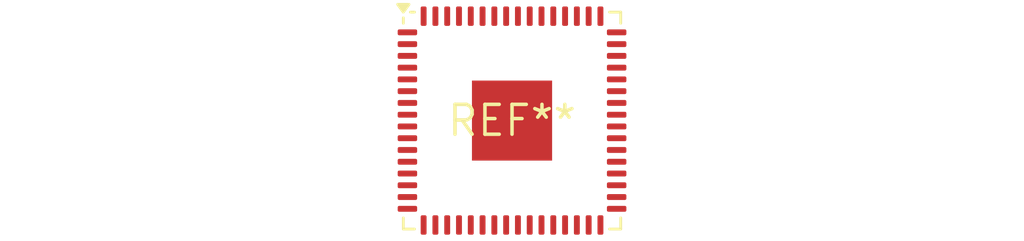
<source format=kicad_pcb>
(kicad_pcb (version 20240108) (generator pcbnew)
  (layers (0 "F.Cu" signal) (31 "B.Cu" signal) (34 "B.Paste" user) (35 "F.Paste" user) (36 "B.SilkS" user "B.Silkscreen") (37 "F.SilkS" user "F.Silkscreen") (38 "B.Mask" user) (39 "F.Mask" user) (44 "Edge.Cuts" user))
  (net 0 "")
  (footprint "QFN-64-1EP_9x9mm_P0.5mm_EP3.4x3.4mm" (layer "F.Cu") (at 0 0)
    (property "Reference" "REF**")
    (property "Value" "QFN-64-1EP_9x9mm_P0.5mm_EP3.4x3.4mm")
    (fp_line (start -4.61 -4.135) (end -4.61 -4.37) (layer "F.SilkS") (stroke (width 0.12)))
    (fp_line (start -4.61 4.61) (end -4.61 4.135) (layer "F.SilkS") (stroke (width 0.12)))
    (fp_line (start -4.135 -4.61) (end -4.31 -4.61) (layer "F.SilkS") (stroke (width 0.12)))
    (fp_line (start -4.135 4.61) (end -4.61 4.61) (layer "F.SilkS") (stroke (width 0.12)))
    (fp_line (start 4.135 -4.61) (end 4.61 -4.61) (layer "F.SilkS") (stroke (width 0.12)))
    (fp_line (start 4.135 4.61) (end 4.61 4.61) (layer "F.SilkS") (stroke (width 0.12)))
    (fp_line (start 4.61 -4.61) (end 4.61 -4.135) (layer "F.SilkS") (stroke (width 0.12)))
    (fp_line (start 4.61 4.61) (end 4.61 4.135) (layer "F.SilkS") (stroke (width 0.12)))
    (fp_poly (pts (xy -4.61 -4.61) (xy -4.85 -4.94) (xy -4.37 -4.94) (xy -4.61 -4.61)) (layer "F.SilkS") (stroke (width 0.12)) (fill solid))
    (pad "1" smd roundrect (at -4.4375 -3.75) (size 0.825 0.25) (layers "F.Cu" "F.Paste" "F.Mask"))
    (pad "2" smd roundrect (at -4.4375 -3.25) (size 0.825 0.25) (layers "F.Cu" "F.Paste" "F.Mask"))
    (pad "3" smd roundrect (at -4.4375 -2.75) (size 0.825 0.25) (layers "F.Cu" "F.Paste" "F.Mask"))
    (pad "4" smd roundrect (at -4.4375 -2.25) (size 0.825 0.25) (layers "F.Cu" "F.Paste" "F.Mask"))
    (pad "5" smd roundrect (at -4.4375 -1.75) (size 0.825 0.25) (layers "F.Cu" "F.Paste" "F.Mask"))
    (pad "6" smd roundrect (at -4.4375 -1.25) (size 0.825 0.25) (layers "F.Cu" "F.Paste" "F.Mask"))
    (pad "7" smd roundrect (at -4.4375 -0.75) (size 0.825 0.25) (layers "F.Cu" "F.Paste" "F.Mask"))
    (pad "8" smd roundrect (at -4.4375 -0.25) (size 0.825 0.25) (layers "F.Cu" "F.Paste" "F.Mask"))
    (pad "9" smd roundrect (at -4.4375 0.25) (size 0.825 0.25) (layers "F.Cu" "F.Paste" "F.Mask"))
    (pad "10" smd roundrect (at -4.4375 0.75) (size 0.825 0.25) (layers "F.Cu" "F.Paste" "F.Mask"))
    (pad "11" smd roundrect (at -4.4375 1.25) (size 0.825 0.25) (layers "F.Cu" "F.Paste" "F.Mask"))
    (pad "12" smd roundrect (at -4.4375 1.75) (size 0.825 0.25) (layers "F.Cu" "F.Paste" "F.Mask"))
    (pad "13" smd roundrect (at -4.4375 2.25) (size 0.825 0.25) (layers "F.Cu" "F.Paste" "F.Mask"))
    (pad "14" smd roundrect (at -4.4375 2.75) (size 0.825 0.25) (layers "F.Cu" "F.Paste" "F.Mask"))
    (pad "15" smd roundrect (at -4.4375 3.25) (size 0.825 0.25) (layers "F.Cu" "F.Paste" "F.Mask"))
    (pad "16" smd roundrect (at -4.4375 3.75) (size 0.825 0.25) (layers "F.Cu" "F.Paste" "F.Mask"))
    (pad "17" smd roundrect (at -3.75 4.4375) (size 0.25 0.825) (layers "F.Cu" "F.Paste" "F.Mask"))
    (pad "18" smd roundrect (at -3.25 4.4375) (size 0.25 0.825) (layers "F.Cu" "F.Paste" "F.Mask"))
    (pad "19" smd roundrect (at -2.75 4.4375) (size 0.25 0.825) (layers "F.Cu" "F.Paste" "F.Mask"))
    (pad "20" smd roundrect (at -2.25 4.4375) (size 0.25 0.825) (layers "F.Cu" "F.Paste" "F.Mask"))
    (pad "21" smd roundrect (at -1.75 4.4375) (size 0.25 0.825) (layers "F.Cu" "F.Paste" "F.Mask"))
    (pad "22" smd roundrect (at -1.25 4.4375) (size 0.25 0.825) (layers "F.Cu" "F.Paste" "F.Mask"))
    (pad "23" smd roundrect (at -0.75 4.4375) (size 0.25 0.825) (layers "F.Cu" "F.Paste" "F.Mask"))
    (pad "24" smd roundrect (at -0.25 4.4375) (size 0.25 0.825) (layers "F.Cu" "F.Paste" "F.Mask"))
    (pad "25" smd roundrect (at 0.25 4.4375) (size 0.25 0.825) (layers "F.Cu" "F.Paste" "F.Mask"))
    (pad "26" smd roundrect (at 0.75 4.4375) (size 0.25 0.825) (layers "F.Cu" "F.Paste" "F.Mask"))
    (pad "27" smd roundrect (at 1.25 4.4375) (size 0.25 0.825) (layers "F.Cu" "F.Paste" "F.Mask"))
    (pad "28" smd roundrect (at 1.75 4.4375) (size 0.25 0.825) (layers "F.Cu" "F.Paste" "F.Mask"))
    (pad "29" smd roundrect (at 2.25 4.4375) (size 0.25 0.825) (layers "F.Cu" "F.Paste" "F.Mask"))
    (pad "30" smd roundrect (at 2.75 4.4375) (size 0.25 0.825) (layers "F.Cu" "F.Paste" "F.Mask"))
    (pad "31" smd roundrect (at 3.25 4.4375) (size 0.25 0.825) (layers "F.Cu" "F.Paste" "F.Mask"))
    (pad "32" smd roundrect (at 3.75 4.4375) (size 0.25 0.825) (layers "F.Cu" "F.Paste" "F.Mask"))
    (pad "33" smd roundrect (at 4.4375 3.75) (size 0.825 0.25) (layers "F.Cu" "F.Paste" "F.Mask"))
    (pad "34" smd roundrect (at 4.4375 3.25) (size 0.825 0.25) (layers "F.Cu" "F.Paste" "F.Mask"))
    (pad "35" smd roundrect (at 4.4375 2.75) (size 0.825 0.25) (layers "F.Cu" "F.Paste" "F.Mask"))
    (pad "36" smd roundrect (at 4.4375 2.25) (size 0.825 0.25) (layers "F.Cu" "F.Paste" "F.Mask"))
    (pad "37" smd roundrect (at 4.4375 1.75) (size 0.825 0.25) (layers "F.Cu" "F.Paste" "F.Mask"))
    (pad "38" smd roundrect (at 4.4375 1.25) (size 0.825 0.25) (layers "F.Cu" "F.Paste" "F.Mask"))
    (pad "39" smd roundrect (at 4.4375 0.75) (size 0.825 0.25) (layers "F.Cu" "F.Paste" "F.Mask"))
    (pad "40" smd roundrect (at 4.4375 0.25) (size 0.825 0.25) (layers "F.Cu" "F.Paste" "F.Mask"))
    (pad "41" smd roundrect (at 4.4375 -0.25) (size 0.825 0.25) (layers "F.Cu" "F.Paste" "F.Mask"))
    (pad "42" smd roundrect (at 4.4375 -0.75) (size 0.825 0.25) (layers "F.Cu" "F.Paste" "F.Mask"))
    (pad "43" smd roundrect (at 4.4375 -1.25) (size 0.825 0.25) (layers "F.Cu" "F.Paste" "F.Mask"))
    (pad "44" smd roundrect (at 4.4375 -1.75) (size 0.825 0.25) (layers "F.Cu" "F.Paste" "F.Mask"))
    (pad "45" smd roundrect (at 4.4375 -2.25) (size 0.825 0.25) (layers "F.Cu" "F.Paste" "F.Mask"))
    (pad "46" smd roundrect (at 4.4375 -2.75) (size 0.825 0.25) (layers "F.Cu" "F.Paste" "F.Mask"))
    (pad "47" smd roundrect (at 4.4375 -3.25) (size 0.825 0.25) (layers "F.Cu" "F.Paste" "F.Mask"))
    (pad "48" smd roundrect (at 4.4375 -3.75) (size 0.825 0.25) (layers "F.Cu" "F.Paste" "F.Mask"))
    (pad "49" smd roundrect (at 3.75 -4.4375) (size 0.25 0.825) (layers "F.Cu" "F.Paste" "F.Mask"))
    (pad "50" smd roundrect (at 3.25 -4.4375) (size 0.25 0.825) (layers "F.Cu" "F.Paste" "F.Mask"))
    (pad "51" smd roundrect (at 2.75 -4.4375) (size 0.25 0.825) (layers "F.Cu" "F.Paste" "F.Mask"))
    (pad "52" smd roundrect (at 2.25 -4.4375) (size 0.25 0.825) (layers "F.Cu" "F.Paste" "F.Mask"))
    (pad "53" smd roundrect (at 1.75 -4.4375) (size 0.25 0.825) (layers "F.Cu" "F.Paste" "F.Mask"))
    (pad "54" smd roundrect (at 1.25 -4.4375) (size 0.25 0.825) (layers "F.Cu" "F.Paste" "F.Mask"))
    (pad "55" smd roundrect (at 0.75 -4.4375) (size 0.25 0.825) (layers "F.Cu" "F.Paste" "F.Mask"))
    (pad "56" smd roundrect (at 0.25 -4.4375) (size 0.25 0.825) (layers "F.Cu" "F.Paste" "F.Mask"))
    (pad "57" smd roundrect (at -0.25 -4.4375) (size 0.25 0.825) (layers "F.Cu" "F.Paste" "F.Mask"))
    (pad "58" smd roundrect (at -0.75 -4.4375) (size 0.25 0.825) (layers "F.Cu" "F.Paste" "F.Mask"))
    (pad "59" smd roundrect (at -1.25 -4.4375) (size 0.25 0.825) (layers "F.Cu" "F.Paste" "F.Mask"))
    (pad "60" smd roundrect (at -1.75 -4.4375) (size 0.25 0.825) (layers "F.Cu" "F.Paste" "F.Mask"))
    (pad "61" smd roundrect (at -2.25 -4.4375) (size 0.25 0.825) (layers "F.Cu" "F.Paste" "F.Mask"))
    (pad "62" smd roundrect (at -2.75 -4.4375) (size 0.25 0.825) (layers "F.Cu" "F.Paste" "F.Mask"))
    (pad "63" smd roundrect (at -3.25 -4.4375) (size 0.25 0.825) (layers "F.Cu" "F.Paste" "F.Mask"))
    (pad "64" smd roundrect (at -3.75 -4.4375) (size 0.25 0.825) (layers "F.Cu" "F.Paste" "F.Mask"))
    (pad "65" smd rect (at 0 0) (size 3.4 3.4) (property pad_prop_heatsink) (layers "F.Cu" "F.Mask"))
  )
)
</source>
